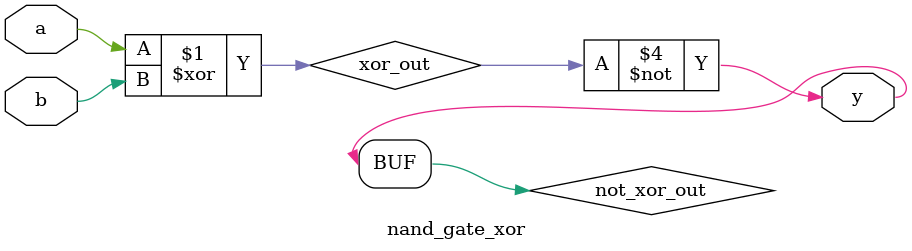
<source format=v>
module nand_gate_xor(
    input a,
    input b,
    output y
);

    wire xor_out, not_xor_out;
    
    xor(xor_out, a, b);
    xor(not_xor_out, xor_out, 1'b1);
    xor(y, not_xor_out, 1'b0);

endmodule

</source>
